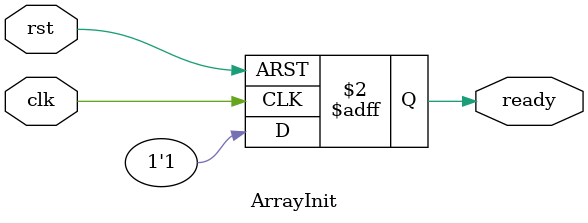
<source format=sv>

module BitReverse (
    input logic [7:0] data_in,
    output logic [7:0] data_out
);
    always_comb begin
        data_out[0] = data_in[7];
        data_out[1] = data_in[6];
        data_out[2] = data_in[5];
        data_out[3] = data_in[4];
        data_out[4] = data_in[3];
        data_out[5] = data_in[2];
        data_out[6] = data_in[1];
        data_out[7] = data_in[0];
    end
endmodule

module ParityGenerator (
    input logic [7:0] data,
    output logic parity
);
    logic temp;
    always_comb begin
        temp = 1'd0;
        temp = (temp ^ data[0]);
        temp = (temp ^ data[1]);
        temp = (temp ^ data[2]);
        temp = (temp ^ data[3]);
        temp = (temp ^ data[4]);
        temp = (temp ^ data[5]);
        temp = (temp ^ data[6]);
        temp = (temp ^ data[7]);
        parity = temp;
    end
endmodule

module LoopWithStep (
    input logic [7:0] data,
    output logic [3:0] even_bits,
    output logic [3:0] odd_bits
);
    always_comb begin
        even_bits[0] = data[0];
        even_bits[1] = data[2];
        even_bits[2] = data[4];
        even_bits[3] = data[6];
        odd_bits[0] = data[1];
        odd_bits[1] = data[3];
        odd_bits[2] = data[5];
        odd_bits[3] = data[7];
    end
endmodule

module PriorityEncoderLoop (
    input logic [7:0] req,
    output logic [2:0] code,
    output logic valid
);
    always_comb begin
        code = 3'd0;
        valid = 1'd0;
        if (req[0]) begin
            code = 0;
            valid = 1'd1;
        end
        if (req[1]) begin
            code = 1;
            valid = 1'd1;
        end
        if (req[2]) begin
            code = 2;
            valid = 1'd1;
        end
        if (req[3]) begin
            code = 3;
            valid = 1'd1;
        end
        if (req[4]) begin
            code = 4;
            valid = 1'd1;
        end
        if (req[5]) begin
            code = 5;
            valid = 1'd1;
        end
        if (req[6]) begin
            code = 6;
            valid = 1'd1;
        end
        if (req[7]) begin
            code = 7;
            valid = 1'd1;
        end
    end
endmodule

module ArrayInit (
    input logic clk,
    input logic rst,
    output logic ready
);
    logic [7:0] mem [0:7];
    always_ff @(posedge clk or posedge rst) begin
        if (rst) begin
            ready <= 1'd0;
            mem[0] <= 1'd0;
            mem[1] <= 1'd0;
            mem[2] <= 1'd0;
            mem[3] <= 1'd0;
            mem[4] <= 1'd0;
            mem[5] <= 1'd0;
            mem[6] <= 1'd0;
            mem[7] <= 1'd0;
        end else begin
            ready <= 1'd1;
        end
    end
endmodule
</source>
